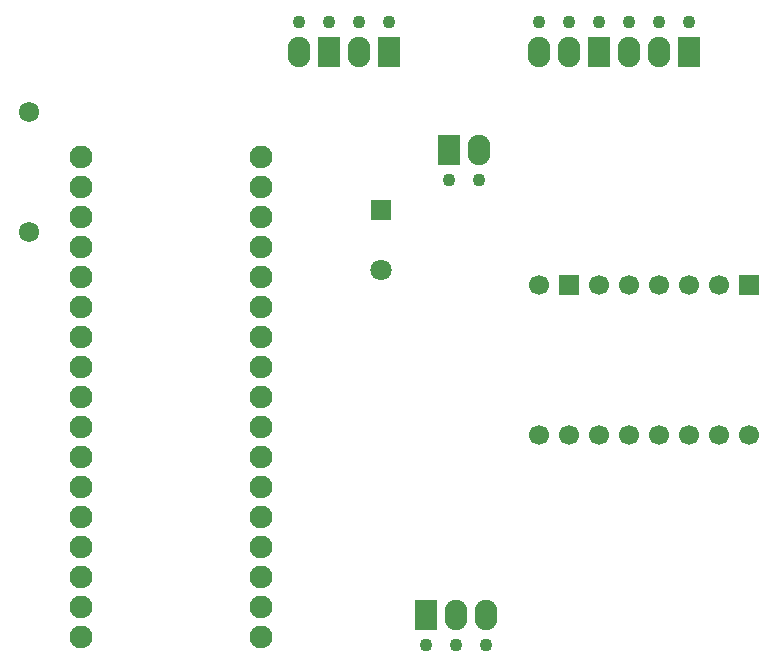
<source format=gbr>
%TF.GenerationSoftware,Novarm,DipTrace,3.2.0.1*%
%TF.CreationDate,2018-02-07T16:10:34+00:00*%
%FSLAX35Y35*%
%MOMM*%
%TF.FileFunction,Soldermask,Bot*%
%TF.Part,Single*%
%ADD19C,1.8*%
%ADD23C,1.7*%
%ADD29C,1.724*%
%ADD33C,1.9304*%
%ADD38C,1.1*%
%ADD43R,1.7X1.7*%
%ADD51C,1.724*%
%ADD55O,1.9X2.6*%
%ADD57R,1.9X2.6*%
%ADD59R,1.8X1.8*%
G75*
G01*
%LPD*%
D19*
X4556000Y5127500D3*
D59*
Y5635500D3*
D57*
X7159500Y6969000D3*
D55*
X6905500D3*
X6651500D3*
D38*
X7159500Y7223000D3*
X6905500D3*
X6651500D3*
D57*
X6397500Y6969000D3*
D55*
X6143500D3*
X5889500D3*
D38*
X6397500Y7223000D3*
X6143500D3*
X5889500D3*
D57*
X4619500Y6969000D3*
D55*
X4365500D3*
D38*
X4619500Y7223000D3*
X4365500D3*
D57*
X5127500Y6143500D3*
D55*
X5381500D3*
D38*
X5127500Y5889500D3*
X5381500D3*
D57*
X4937000Y2206500D3*
D55*
X5191000D3*
X5445000D3*
D38*
X4937000Y1952500D3*
X5191000D3*
X5445000D3*
D57*
X4111500Y6969000D3*
D55*
X3857500D3*
D38*
X4111500Y7223000D3*
X3857500D3*
D29*
X1571500Y6461000D3*
D51*
Y5445000D3*
D33*
X3540000Y6080000D3*
Y5826000D3*
Y5572000D3*
Y5318000D3*
Y5064000D3*
Y4810000D3*
Y4556000D3*
Y4302000D3*
Y4048000D3*
Y3794000D3*
Y3540000D3*
X2016000Y2778000D3*
Y3032000D3*
X3540000Y2778000D3*
Y2524000D3*
Y2270000D3*
Y2016000D3*
X2016000D3*
Y2270000D3*
Y2524000D3*
X3540000Y3286000D3*
Y3032000D3*
X2016000Y3286000D3*
Y3540000D3*
Y3794000D3*
Y4048000D3*
Y4302000D3*
Y4556000D3*
Y4810000D3*
Y5064000D3*
Y5318000D3*
Y5572000D3*
Y5826000D3*
Y6080000D3*
D23*
X5889500Y3730500D3*
X6143500D3*
X6397500D3*
X6651500D3*
X6905500D3*
X7159500D3*
X7413500D3*
X7667500D3*
X5889500Y5000500D3*
D43*
X6143500D3*
D23*
X6397500D3*
X6651500D3*
X6905500D3*
X7159500D3*
X7413500D3*
D43*
X7667500D3*
M02*

</source>
